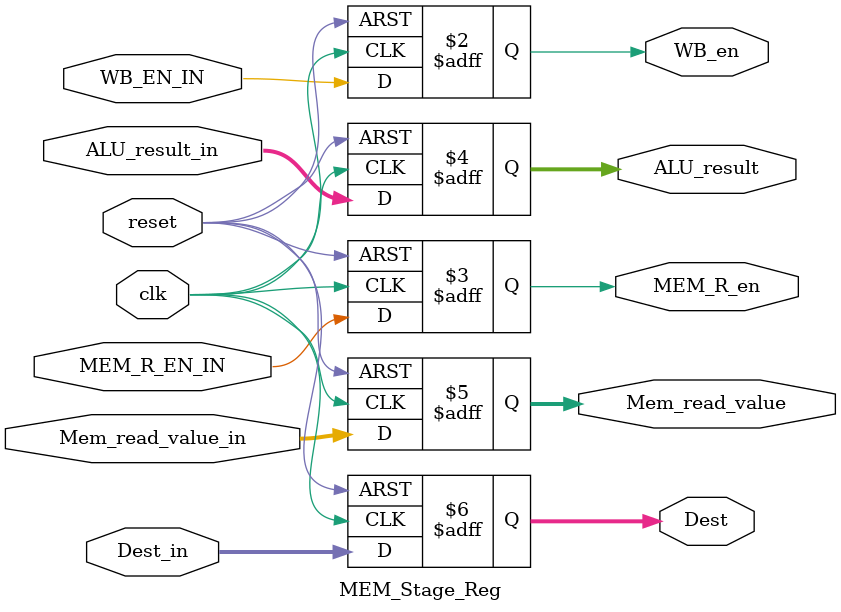
<source format=sv>
`timescale 1ns/1ns
module MEM_Stage_Reg(input clk,reset,WB_EN_IN,MEM_R_EN_IN,
  input[31:0] ALU_result_in,Mem_read_value_in,
  input[3:0] Dest_in,
  
  output reg WB_en,MEM_R_en,
  output reg [31:0] ALU_result,Mem_read_value,
  output reg [3:0] Dest
               );
                
  always@(posedge clk,posedge reset)
    begin
      if(reset)
        begin
          {WB_en,MEM_R_en} <= 2'b0;
          ALU_result <= 32'b0;
          Mem_read_value <= 32'b0;
          Dest <= 4'b0;
        end
      else
        begin
          WB_en <= WB_EN_IN;
          MEM_R_en <= MEM_R_EN_IN ;
          ALU_result <= ALU_result_in;
          Mem_read_value <= Mem_read_value_in ;
          Dest <= Dest_in;
        end
    end
    
endmodule
</source>
